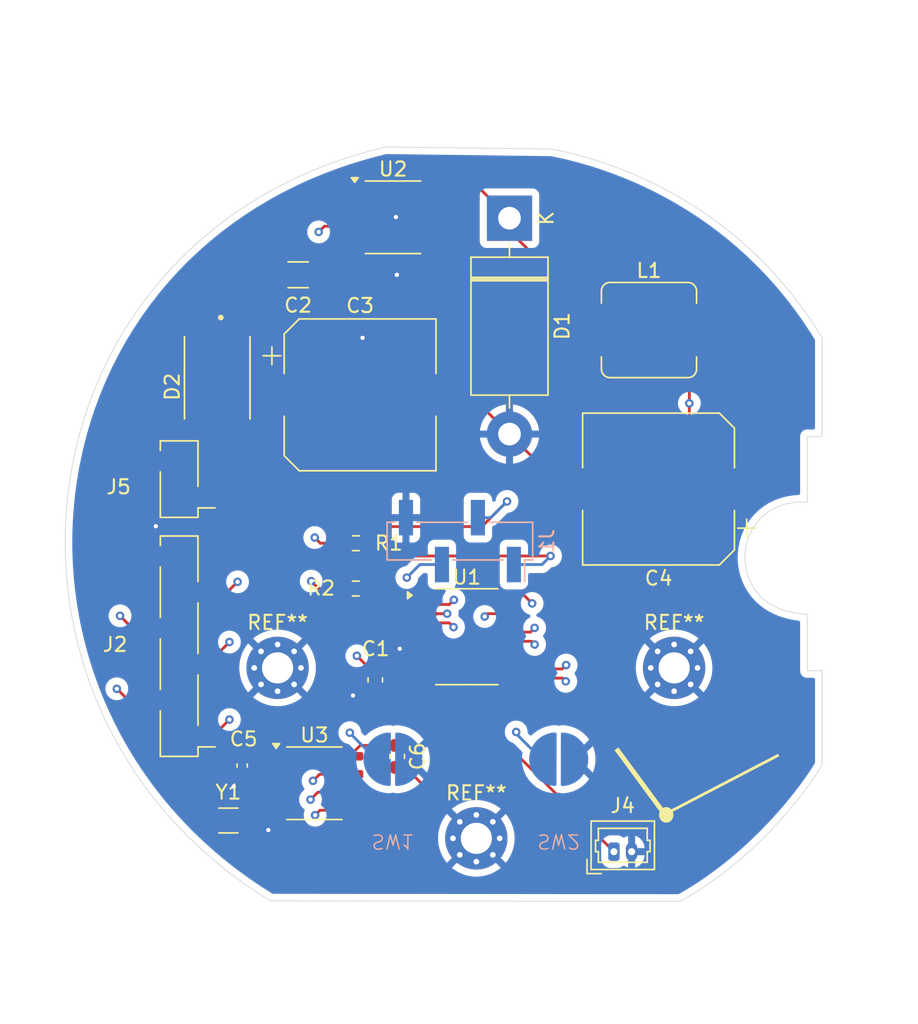
<source format=kicad_pcb>
(kicad_pcb (version 20241229) (generator "pcbnew") (generator_version "9.0")
  (layers (0 "F.Cu" signal) (4 "In1.Cu" signal) (6 "In2.Cu" signal) (2 "B.Cu" signal) (13 "F.Paste" user) (15 "B.Paste" user) (5 "F.SilkS" user "F.Silkscreen") (7 "B.SilkS" user "B.Silkscreen") (1 "F.Mask" user) (3 "B.Mask" user) (25 "Edge.Cuts" user))
  (net 0 "")
  (net 1 "GND")
  (net 2 "battery power")
  (net 3 "Net-(U3-OSCI)")
  (net 4 "rtc_bat+")
  (net 5 "SDA")
  (net 6 "SCL")
  (net 7 "RST")
  (net 8 "U_TX")
  (net 9 "U_RX")
  (net 10 "SWIO")
  (net 15 "SW1")
  (net 16 "SW2")
  (net 22 "CLKI")
  (net 23 "12Vb")
  (net 24 "Net-(U3-OSCO)")
  (net 26 "Net-(D1-K)")
  (net 28 "Net-(D2-K)")
  (footprint "Connector_PinSocket_2.54mm:PinSocket_1x06_P2.54mm_Vertical_SMD_Pin1Left" (layer "F.Cu") (at 128.85 108.02 180)
    (property "Reference" "J2" (at 4.525 0.12 0) (layer "F.SilkS"))
    (property "Value" "Debug")
    (pad "1" smd rect (at -1.65 -6.35 180) (size 1.9 1) (layers "F.Cu" "F.Mask" "F.Paste") (net 8 "U_TX"))
    (pad "2" smd rect (at 1.65 -3.81 180) (size 1.9 1) (layers "F.Cu" "F.Mask" "F.Paste") (net 9 "U_RX"))
    (pad "3" smd rect (at -1.65 -1.27 180) (size 1.9 1) (layers "F.Cu" "F.Mask" "F.Paste") (net 7 "RST"))
    (pad "4" smd rect (at 1.65 1.27 180) (size 1.9 1) (layers "F.Cu" "F.Mask" "F.Paste") (net 10 "SWIO"))
    (pad "5" smd rect (at -1.65 3.81 180) (size 1.9 1) (layers "F.Cu" "F.Mask" "F.Paste") (net 2 "battery power"))
    (pad "6" smd rect (at 1.65 6.35 180) (size 1.9 1) (layers "F.Cu" "F.Mask" "F.Paste") (net 1 "GND"))
  )
  (footprint "clockLib:DIO_PMEG050V150EPDZ" (layer "F.Cu") (at 131.54 89.07 90)
    (property "Reference" "D2" (at -0.635 -3.175 90) (layer "F.SilkS"))
    (property "Value" "D_Schottky_AAK")
    (pad "1" smd rect (at -2.78 -1.065 90) (size 1.64 1.8) (layers "F.Cu") (net 23 "12Vb"))
    (pad "2" smd rect (at -2.78 1.065 90) (size 1.64 1.8) (layers "F.Cu") (net 23 "12Vb"))
    (pad "3" smd rect (at 1.02 0 90) (size 5.16 4) (layers "F.Cu") (net 28 "Net-(D2-K)"))
  )
  (footprint "MountingHole:MountingHole_2.2mm_M2_Pad_Via" (layer "F.Cu") (at 135.8 109.55)
    (property "Reference" "REF**" (at 0 -3.2 0) (layer "F.SilkS"))
    (property "Value" "MountingHole_2.2mm_M2_Pad_Via")
    (pad "1" thru_hole circle (at -1.65 0) (size 0.7 0.7) (drill 0.4) (layers "*.Cu" "*.Mask") (net 1 "GND"))
    (pad "1" thru_hole circle (at -1.166726 -1.166726) (size 0.7 0.7) (drill 0.4) (layers "*.Cu" "*.Mask") (net 1 "GND"))
    (pad "1" thru_hole circle (at -1.166726 1.166726) (size 0.7 0.7) (drill 0.4) (layers "*.Cu" "*.Mask") (net 1 "GND"))
    (pad "1" thru_hole circle (at 0 -1.65) (size 0.7 0.7) (drill 0.4) (layers "*.Cu" "*.Mask") (net 1 "GND"))
    (pad "1" thru_hole circle (at 0 0) (size 4.4 4.4) (drill 2.2) (layers "*.Cu" "*.Mask") (net 1 "GND"))
    (pad "1" thru_hole circle (at 0 1.65) (size 0.7 0.7) (drill 0.4) (layers "*.Cu" "*.Mask") (net 1 "GND"))
    (pad "1" thru_hole circle (at 1.166726 -1.166726) (size 0.7 0.7) (drill 0.4) (layers "*.Cu" "*.Mask") (net 1 "GND"))
    (pad "1" thru_hole circle (at 1.166726 1.166726) (size 0.7 0.7) (drill 0.4) (layers "*.Cu" "*.Mask") (net 1 "GND"))
    (pad "1" thru_hole circle (at 1.65 0) (size 0.7 0.7) (drill 0.4) (layers "*.Cu" "*.Mask") (net 1 "GND"))
  )
  (footprint "Capacitor_SMD:C_0402_1005Metric" (layer "F.Cu") (at 133.3 116.445 90)
    (property "Reference" "C5" (at 1.87 0.1 180) (layer "F.SilkS"))
    (property "Value" "12pF")
    (pad "1" smd roundrect (at -0.48 0 90) (size 0.56 0.62) (layers "F.Cu" "F.Mask" "F.Paste") (net 1 "GND"))
    (pad "2" smd roundrect (at 0.48 0 90) (size 0.56 0.62) (layers "F.Cu" "F.Mask" "F.Paste") (net 3 "Net-(U3-OSCI)"))
  )
  (footprint "Package_SO:SOIC-8_3.9x4.9mm_P1.27mm" (layer "F.Cu") (at 138.4 117.695)
    (property "Reference" "U3" (at 0 -3.4 0) (layer "F.SilkS"))
    (property "Value" "PCF8563T")
    (pad "1" smd roundrect (at -2.475 -1.905) (size 1.95 0.6) (layers "F.Cu" "F.Mask" "F.Paste") (net 3 "Net-(U3-OSCI)"))
    (pad "2" smd roundrect (at -2.475 -0.635) (size 1.95 0.6) (layers "F.Cu" "F.Mask" "F.Paste") (net 24 "Net-(U3-OSCO)"))
    (pad "3" smd roundrect (at -2.475 0.635) (size 1.95 0.6) (layers "F.Cu" "F.Mask" "F.Paste"))
    (pad "4" smd roundrect (at -2.475 1.905) (size 1.95 0.6) (layers "F.Cu" "F.Mask" "F.Paste") (net 1 "GND"))
    (pad "5" smd roundrect (at 2.475 1.905) (size 1.95 0.6) (layers "F.Cu" "F.Mask" "F.Paste") (net 5 "SDA"))
    (pad "6" smd roundrect (at 2.475 0.635) (size 1.95 0.6) (layers "F.Cu" "F.Mask" "F.Paste") (net 6 "SCL"))
    (pad "7" smd roundrect (at 2.475 -0.635) (size 1.95 0.6) (layers "F.Cu" "F.Mask" "F.Paste") (net 22 "CLKI"))
    (pad "8" smd roundrect (at 2.475 -1.905) (size 1.95 0.6) (layers "F.Cu" "F.Mask" "F.Paste") (net 4 "rtc_bat+"))
  )
  (footprint "Resistor_SMD:R_0603_1608Metric" (layer "F.Cu") (at 141.325 100.75 180)
    (property "Reference" "R1" (at -2.325 0 0) (layer "F.SilkS"))
    (property "Value" "4k7")
    (pad "1" smd roundrect (at -0.825 0 180) (size 0.8 0.95) (layers "F.Cu" "F.Mask" "F.Paste") (net 6 "SCL"))
    (pad "2" smd roundrect (at 0.825 0 180) (size 0.8 0.95) (layers "F.Cu" "F.Mask" "F.Paste") (net 2 "battery power"))
  )
  (footprint "Capacitor_SMD:C_1206_3216Metric" (layer "F.Cu") (at 137.25 81.8)
    (property "Reference" "C2" (at 0 2.15 0) (layer "F.SilkS"))
    (property "Value" "1uf")
    (pad "1" smd roundrect (at -1.475 0) (size 1.15 1.8) (layers "F.Cu" "F.Mask" "F.Paste") (roundrect_rratio 0.217391) (net 28 "Net-(D2-K)"))
    (pad "2" smd roundrect (at 1.475 0) (size 1.15 1.8) (layers "F.Cu" "F.Mask" "F.Paste") (roundrect_rratio 0.217391) (net 1 "GND"))
  )
  (footprint "Capacitor_SMD:C_0603_1608Metric" (layer "F.Cu") (at 144.25 115.8 -90)
    (property "Reference" "C6" (at 0 -1.43 90) (layer "F.SilkS"))
    (property "Value" "100nf")
    (pad "1" smd roundrect (at -0.775 0 270) (size 0.9 0.95) (layers "F.Cu" "F.Mask" "F.Paste") (net 4 "rtc_bat+"))
    (pad "2" smd roundrect (at 0.775 0 270) (size 0.9 0.95) (layers "F.Cu" "F.Mask" "F.Paste") (net 1 "GND"))
  )
  (footprint "Diode_THT:D_DO-201AD_P15.24mm_Horizontal" (layer "F.Cu") (at 152.175 77.805 -90)
    (property "Reference" "D1" (at 7.62 -3.72 90) (layer "F.SilkS"))
    (property "Value" "1N5820")
    (fp_text user "K" (at 0 -2.6 90) (layer "F.SilkS"))
    (pad "1" thru_hole rect (at 0 0 270) (size 3.2 3.2) (drill 1.6) (layers "*.Cu" "*.Mask") (net 26 "Net-(D1-K)"))
    (pad "2" thru_hole oval (at 15.24 0 270) (size 3.2 3.2) (drill 1.6) (layers "*.Cu" "*.Mask") (net 1 "GND"))
  )
  (footprint "Resistor_SMD:R_0603_1608Metric" (layer "F.Cu") (at 141.325 103.95)
    (property "Reference" "R2" (at -2.45 -0.025 0) (layer "F.SilkS"))
    (property "Value" "4k7")
    (pad "1" smd roundrect (at -0.825 0) (size 0.8 0.95) (layers "F.Cu" "F.Mask" "F.Paste") (net 2 "battery power"))
    (pad "2" smd roundrect (at 0.825 0) (size 0.8 0.95) (layers "F.Cu" "F.Mask" "F.Paste") (net 5 "SDA"))
  )
  (footprint "Crystal:Crystal_SMD_3215-2Pin_3.2x1.5mm" (layer "F.Cu") (at 132.325 120.325)
    (property "Reference" "Y1" (at 0 -2 0) (layer "F.SilkS"))
    (property "Value" "32.768kHz")
    (pad "1" smd rect (at 1.25 0) (size 1 1.8) (layers "F.Cu" "F.Mask" "F.Paste") (net 24 "Net-(U3-OSCO)"))
    (pad "2" smd rect (at -1.25 0) (size 1 1.8) (layers "F.Cu" "F.Mask" "F.Paste") (net 3 "Net-(U3-OSCI)"))
  )
  (footprint "Connector_Molex:Molex_PicoBlade_53047-0210_1x02_P1.25mm_Vertical" (layer "F.Cu") (at 159.55 122.525)
    (property "Reference" "J4" (at 0.62 -3.25 0) (layer "F.SilkS"))
    (property "Value" "molex")
    (pad "1" thru_hole roundrect (at 0 0) (size 0.8 1.3) (drill 0.5) (layers "*.Cu" "*.Mask") (net 4 "rtc_bat+"))
    (pad "2" thru_hole oval (at 1.25 0) (size 0.8 1.3) (drill 0.5) (layers "*.Cu" "*.Mask") (net 1 "GND"))
  )
  (footprint "Capacitor_SMD:CP_Elec_10x10.5" (layer "F.Cu") (at 141.625 90.275)
    (property "Reference" "C3" (at 0 -6.3 0) (layer "F.SilkS"))
    (property "Value" "470uf")
    (pad "1" smd roundrect (at -4.2 0) (size 4.4 2.5) (layers "F.Cu" "F.Mask" "F.Paste") (roundrect_rratio 0.1) (net 28 "Net-(D2-K)"))
    (pad "2" smd roundrect (at 4.2 0) (size 4.4 2.5) (layers "F.Cu" "F.Mask" "F.Paste") (roundrect_rratio 0.1) (net 1 "GND"))
  )
  (footprint "Inductor_SMD:L_Sumida_CDMC6D28_7.25x6.5mm" (layer "F.Cu") (at 162.025 85.7)
    (property "Reference" "L1" (at 0 -4.2 0) (layer "F.SilkS"))
    (property "Value" "47uh/2A")
    (pad "1" smd rect (at -2.85 0) (size 2 3.4) (layers "F.Cu" "F.Mask" "F.Paste") (net 26 "Net-(D1-K)"))
    (pad "2" smd rect (at 2.85 0) (size 2 3.4) (layers "F.Cu" "F.Mask" "F.Paste") (net 2 "battery power"))
  )
  (footprint "Connector_PinSocket_2.54mm:PinSocket_1x02_P2.54mm_Vertical_SMD_Pin1Left" (layer "F.Cu") (at 128.85 96.225 180)
    (property "Reference" "J5" (at 4.275 -0.55 0) (layer "F.SilkS"))
    (property "Value" "power")
    (pad "1" smd rect (at -1.65 -1.27 180) (size 1.9 1) (layers "F.Cu" "F.Mask" "F.Paste") (net 23 "12Vb"))
    (pad "2" smd rect (at 1.65 1.27 180) (size 1.9 1) (layers "F.Cu" "F.Mask" "F.Paste") (net 1 "GND"))
  )
  (footprint "Capacitor_SMD:C_0603_1608Metric" (layer "F.Cu") (at 142.7 110.4 90)
    (property "Reference" "C1" (at 2.2 0.025 0) (layer "F.SilkS"))
    (property "Value" "100nf")
    (pad "1" smd roundrect (at -0.775 0 90) (size 0.9 0.95) (layers "F.Cu" "F.Mask" "F.Paste") (net 1 "GND"))
    (pad "2" smd roundrect (at 0.775 0 90) (size 0.9 0.95) (layers "F.Cu" "F.Mask" "F.Paste") (net 2 "battery power"))
  )
  (footprint "MountingHole:MountingHole_2.2mm_M2_Pad_Via" (layer "F.Cu") (at 163.8 109.55)
    (property "Reference" "REF**" (at 0 -3.2 0) (layer "F.SilkS"))
    (property "Value" "MountingHole_2.2mm_M2_Pad_Via")
    (pad "1" thru_hole circle (at -1.65 0) (size 0.7 0.7) (drill 0.4) (layers "*.Cu" "*.Mask") (net 1 "GND"))
    (pad "1" thru_hole circle (at -1.166726 -1.166726) (size 0.7 0.7) (drill 0.4) (layers "*.Cu" "*.Mask") (net 1 "GND"))
    (pad "1" thru_hole circle (at -1.166726 1.166726) (size 0.7 0.7) (drill 0.4) (layers "*.Cu" "*.Mask") (net 1 "GND"))
    (pad "1" thru_hole circle (at 0 -1.65) (size 0.7 0.7) (drill 0.4) (layers "*.Cu" "*.Mask") (net 1 "GND"))
    (pad "1" thru_hole circle (at 0 0) (size 4.4 4.4) (drill 2.2) (layers "*.Cu" "*.Mask") (net 1 "GND"))
    (pad "1" thru_hole circle (at 0 1.65) (size 0.7 0.7) (drill 0.4) (layers "*.Cu" "*.Mask") (net 1 "GND"))
    (pad "1" thru_hole circle (at 1.166726 -1.166726) (size 0.7 0.7) (drill 0.4) (layers "*.Cu" "*.Mask") (net 1 "GND"))
    (pad "1" thru_hole circle (at 1.166726 1.166726) (size 0.7 0.7) (drill 0.4) (layers "*.Cu" "*.Mask") (net 1 "GND"))
    (pad "1" thru_hole circle (at 1.65 0) (size 0.7 0.7) (drill 0.4) (layers "*.Cu" "*.Mask") (net 1 "GND"))
  )
  (footprint "MountingHole:MountingHole_2.2mm_M2_Pad_Via" (layer "F.Cu") (at 149.833274 121.583274)
    (property "Reference" "REF**" (at 0 -3.2 0) (layer "F.SilkS"))
    (property "Value" "MountingHole_2.2mm_M2_Pad_Via")
    (pad "1" thru_hole circle (at -1.65 0) (size 0.7 0.7) (drill 0.4) (layers "*.Cu" "*.Mask") (net 1 "GND"))
    (pad "1" thru_hole circle (at -1.166726 -1.166726) (size 0.7 0.7) (drill 0.4) (layers "*.Cu" "*.Mask") (net 1 "GND"))
    (pad "1" thru_hole circle (at -1.166726 1.166726) (size 0.7 0.7) (drill 0.4) (layers "*.Cu" "*.Mask") (net 1 "GND"))
    (pad "1" thru_hole circle (at 0 -1.65) (size 0.7 0.7) (drill 0.4) (layers "*.Cu" "*.Mask") (net 1 "GND"))
    (pad "1" thru_hole circle (at 0 0) (size 4.4 4.4) (drill 2.2) (layers "*.Cu" "*.Mask") (net 1 "GND"))
    (pad "1" thru_hole circle (at 0 1.65) (size 0.7 0.7) (drill 0.4) (layers "*.Cu" "*.Mask") (net 1 "GND"))
    (pad "1" thru_hole circle (at 1.166726 -1.166726) (size 0.7 0.7) (drill 0.4) (layers "*.Cu" "*.Mask") (net 1 "GND"))
    (pad "1" thru_hole circle (at 1.166726 1.166726) (size 0.7 0.7) (drill 0.4) (layers "*.Cu" "*.Mask") (net 1 "GND"))
    (pad "1" thru_hole circle (at 1.65 0) (size 0.7 0.7) (drill 0.4) (layers "*.Cu" "*.Mask") (net 1 "GND"))
  )
  (footprint "Package_SO:TSSOP-20_4.4x6.5mm_P0.65mm" (layer "F.Cu") (at 149.1625 107.35)
    (property "Reference" "U1" (at 0 -4.2 0) (layer "F.SilkS"))
    (property "Value" "CH32V003F4P6")
    (pad "1" smd roundrect (at -2.8625 -2.925) (size 1.475 0.4) (layers "F.Cu" "F.Mask" "F.Paste"))
    (pad "2" smd roundrect (at -2.8625 -2.275) (size 1.475 0.4) (layers "F.Cu" "F.Mask" "F.Paste") (net 8 "U_TX"))
    (pad "3" smd roundrect (at -2.8625 -1.625) (size 1.475 0.4) (layers "F.Cu" "F.Mask" "F.Paste") (net 9 "U_RX"))
    (pad "4" smd roundrect (at -2.8625 -0.975) (size 1.475 0.4) (layers "F.Cu" "F.Mask" "F.Paste") (net 7 "RST"))
    (pad "5" smd roundrect (at -2.8625 -0.325) (size 1.475 0.4) (layers "F.Cu" "F.Mask" "F.Paste"))
    (pad "6" smd roundrect (at -2.8625 0.325) (size 1.475 0.4) (layers "F.Cu" "F.Mask" "F.Paste"))
    (pad "7" smd roundrect (at -2.8625 0.975) (size 1.475 0.4) (layers "F.Cu" "F.Mask" "F.Paste") (net 1 "GND"))
    (pad "8" smd roundrect (at -2.8625 1.625) (size 1.475 0.4) (layers "F.Cu" "F.Mask" "F.Paste"))
    (pad "9" smd roundrect (at -2.8625 2.275) (size 1.475 0.4) (layers "F.Cu" "F.Mask" "F.Paste") (net 2 "battery power"))
    (pad "10" smd roundrect (at -2.8625 2.925) (size 1.475 0.4) (layers "F.Cu" "F.Mask" "F.Paste"))
    (pad "11" smd roundrect (at 2.8625 2.925) (size 1.475 0.4) (layers "F.Cu" "F.Mask" "F.Paste") (net 5 "SDA"))
    (pad "12" smd roundrect (at 2.8625 2.275) (size 1.475 0.4) (layers "F.Cu" "F.Mask" "F.Paste") (net 6 "SCL"))
    (pad "13" smd roundrect (at 2.8625 1.625) (size 1.475 0.4) (layers "F.Cu" "F.Mask" "F.Paste"))
    (pad "14" smd roundrect (at 2.8625 0.975) (size 1.475 0.4) (layers "F.Cu" "F.Mask" "F.Paste"))
    (pad "15" smd roundrect (at 2.8625 0.325) (size 1.475 0.4) (layers "F.Cu" "F.Mask" "F.Paste") (net 15 "SW1"))
    (pad "16" smd roundrect (at 2.8625 -0.325) (size 1.475 0.4) (layers "F.Cu" "F.Mask" "F.Paste") (net 16 "SW2"))
    (pad "17" smd roundrect (at 2.8625 -0.975) (size 1.475 0.4) (layers "F.Cu" "F.Mask" "F.Paste"))
    (pad "18" smd roundrect (at 2.8625 -1.625) (size 1.475 0.4) (layers "F.Cu" "F.Mask" "F.Paste") (net 10 "SWIO"))
    (pad "19" smd roundrect (at 2.8625 -2.275) (size 1.475 0.4) (layers "F.Cu" "F.Mask" "F.Paste"))
    (pad "20" smd roundrect (at 2.8625 -2.925) (size 1.475 0.4) (layers "F.Cu" "F.Mask" "F.Paste") (net 22 "CLKI"))
  )
  (footprint "Capacitor_SMD:CP_Elec_10x10.5" (layer "F.Cu") (at 162.7 96.925 180)
    (property "Reference" "C4" (at 0 -6.3 0) (layer "F.SilkS"))
    (property "Value" "330uf")
    (pad "1" smd roundrect (at -4.2 0 180) (size 4.4 2.5) (layers "F.Cu" "F.Mask" "F.Paste") (roundrect_rratio 0.1) (net 2 "battery power"))
    (pad "2" smd roundrect (at 4.2 0 180) (size 4.4 2.5) (layers "F.Cu" "F.Mask" "F.Paste") (roundrect_rratio 0.1) (net 1 "GND"))
  )
  (footprint "Package_SO:SOIC-8_3.9x4.9mm_P1.27mm" (layer "F.Cu") (at 143.95 77.74)
    (property "Reference" "U2" (at 0 -3.4 0) (layer "F.SilkS"))
    (property "Value" "XL1509-3.3")
    (pad "1" smd roundrect (at -2.475 -1.905) (size 1.95 0.6) (layers "F.Cu" "F.Mask" "F.Paste") (net 28 "Net-(D2-K)"))
    (pad "2" smd roundrect (at -2.475 -0.635) (size 1.95 0.6) (layers "F.Cu" "F.Mask" "F.Paste") (net 26 "Net-(D1-K)"))
    (pad "3" smd roundrect (at -2.475 0.635) (size 1.95 0.6) (layers "F.Cu" "F.Mask" "F.Paste") (net 2 "battery power"))
    (pad "4" smd roundrect (at -2.475 1.905) (size 1.95 0.6) (layers "F.Cu" "F.Mask" "F.Paste"))
    (pad "5" smd roundrect (at 2.475 1.905) (size 1.95 0.6) (layers "F.Cu" "F.Mask" "F.Paste") (net 1 "GND"))
    (pad "6" smd roundrect (at 2.475 0.635) (size 1.95 0.6) (layers "F.Cu" "F.Mask" "F.Paste") (net 1 "GND"))
    (pad "7" smd roundrect (at 2.475 -0.635) (size 1.95 0.6) (layers "F.Cu" "F.Mask" "F.Paste") (net 1 "GND"))
    (pad "8" smd roundrect (at 2.475 -1.905) (size 1.95 0.6) (layers "F.Cu" "F.Mask" "F.Paste") (net 1 "GND"))
  )
  (footprint "Connector_PinHeader_2.54mm:PinHeader_1x04_P2.54mm_Vertical_SMD_Pin1Left" (layer "B.Cu") (at 148.675 100.6 90)
    (property "Reference" "J1" (at 0 6.14 90) (layer "B.SilkS") (effects (justify mirror)))
    (property "Value" "Display")
    (pad "1" smd rect (at -1.655 3.81 90) (size 2.51 1) (layers "B.Cu" "B.Mask" "B.Paste") (net 5 "SDA"))
    (pad "2" smd rect (at 1.655 1.27 90) (size 2.51 1) (layers "B.Cu" "B.Mask" "B.Paste") (net 6 "SCL"))
    (pad "3" smd rect (at -1.655 -1.27 90) (size 2.51 1) (layers "B.Cu" "B.Mask" "B.Paste") (net 2 "battery power"))
    (pad "4" smd rect (at 1.655 -3.81 90) (size 2.51 1) (layers "B.Cu" "B.Mask" "B.Paste") (net 1 "GND"))
  )
  (footprint "clockLib:membrane switch" (layer "B.Cu") (at 143.95 116)
    (property "Reference" "SW1" (at 0 5.8 180) (layer "B.SilkS") (effects (font (thickness 0.1)) (justify mirror)))
    (property "Value" "SW_SPST")
    (pad "1" smd custom (at -1.1 0.1) (size 1 1) (layers "B.Cu" "B.Mask") (net 15 "SW1") (options (clearance outline) (anchor circle)) (primitives (gr_poly (pts (xy -0.5 0.485) (xy -0.488582 0.542403) (xy -0.456066 0.591066) (xy -0.407403 0.623582) (xy -0.35 0.635) (xy 0.35 0.635) (xy 0.407403 0.623582) (xy 0.456066 0.591066) (xy 0.488582 0.542403) (xy 0.5 0.485) (xy 0.5 -0.485) (xy 0.488582 -0.542403) (xy 0.456066 -0.591066) (xy 0.407403 -0.623582) (xy 0.35 -0.635) (xy -0.35 -0.635) (xy -0.407403 -0.623582) (xy -0.456066 -0.591066) (xy -0.488582 -0.542403) (xy -0.5 -0.485)) (width 0) (fill yes)) (gr_poly (pts (xy 0.845004 1.688645) (xy 0.715004 1.678645) (xy 0.625004 1.668645) (xy 0.475004 1.638645) (xy 0.365004 1.608645) (xy 0.225004 1.558645) (xy 0.095004 1.498645) (xy -0.064996 1.408645) (xy -0.174996 1.328645) (xy -0.294996 1.228645) (xy -0.404996 1.118645) (xy -0.494996 1.018645) (xy -0.554996 0.938645) (xy -0.634996 0.818645) (xy -0.704996 0.688645) (xy -0.784996 0.498645) (xy -0.834996 0.328645) (xy -0.874996 0.118645) (xy -0.884996 -0.001355) (xy -0.884996 -0.221355) (xy -0.874996 -0.321355) (xy -0.854996 -0.441355) (xy -0.824996 -0.571355) (xy -0.784996 -0.701355) (xy -0.734996 -0.831355) (xy -0.644996 -1.001355) (xy -0.544996 -1.151355) (xy -0.444996 -1.281355) (xy -0.274996 -1.451355) (xy -0.134996 -1.561355) (xy 0.025004 -1.661355) (xy 0.235004 -1.761355) (xy 0.365004 -1.811355) (xy 0.525004 -1.851355) (xy 0.685004 -1.881355) (xy 0.855004 -1.891355)) (width 0.2) (fill yes))))
    (pad "2" smd custom (at 1.1 -0.1 180) (size 1 1) (layers "B.Cu" "B.Mask") (net 1 "GND") (options (clearance outline) (anchor circle)) (primitives (gr_poly (pts (xy -0.5 0.485) (xy -0.488582 0.542403) (xy -0.456066 0.591066) (xy -0.407403 0.623582) (xy -0.35 0.635) (xy 0.35 0.635) (xy 0.407403 0.623582) (xy 0.456066 0.591066) (xy 0.488582 0.542403) (xy 0.5 0.485) (xy 0.5 -0.485) (xy 0.488582 -0.542403) (xy 0.456066 -0.591066) (xy 0.407403 -0.623582) (xy 0.35 -0.635) (xy -0.35 -0.635) (xy -0.407403 -0.623582) (xy -0.456066 -0.591066) (xy -0.488582 -0.542403) (xy -0.5 -0.485)) (width 0) (fill yes)) (gr_poly (pts (xy 0.845004 1.688645) (xy 0.715004 1.678645) (xy 0.625004 1.668645) (xy 0.475004 1.638645) (xy 0.365004 1.608645) (xy 0.225004 1.558645) (xy 0.095004 1.498645) (xy -0.064996 1.408645) (xy -0.174996 1.328645) (xy -0.294996 1.228645) (xy -0.404996 1.118645) (xy -0.494996 1.018645) (xy -0.554996 0.938645) (xy -0.634996 0.818645) (xy -0.704996 0.688645) (xy -0.784996 0.498645) (xy -0.834996 0.328645) (xy -0.874996 0.118645) (xy -0.884996 -0.001355) (xy -0.884996 -0.221355) (xy -0.874996 -0.321355) (xy -0.854996 -0.441355) (xy -0.824996 -0.571355) (xy -0.784996 -0.701355) (xy -0.734996 -0.831355) (xy -0.644996 -1.001355) (xy -0.544996 -1.151355) (xy -0.444996 -1.281355) (xy -0.274996 -1.451355) (xy -0.134996 -1.561355) (xy 0.025004 -1.661355) (xy 0.235004 -1.761355) (xy 0.365004 -1.811355) (xy 0.525004 -1.851355) (xy 0.685004 -1.881355) (xy 0.855004 -1.891355)) (width 0.2) (fill yes))))
  )
  (footprint "clockLib:membrane switch" (layer "B.Cu") (at 155.65 116)
    (property "Reference" "SW2" (at 0 5.8 180) (layer "B.SilkS") (effects (font (thickness 0.1)) (justify mirror)))
    (property "Value" "SW_SPST")
    (pad "1" smd custom (at -1.1 0.1) (size 1 1) (layers "B.Cu" "B.Mask") (net 16 "SW2") (options (clearance outline) (anchor circle)) (primitives (gr_poly (pts (xy -0.5 0.485) (xy -0.488582 0.542403) (xy -0.456066 0.591066) (xy -0.407403 0.623582) (xy -0.35 0.635) (xy 0.35 0.635) (xy 0.407403 0.623582) (xy 0.456066 0.591066) (xy 0.488582 0.542403) (xy 0.5 0.485) (xy 0.5 -0.485) (xy 0.488582 -0.542403) (xy 0.456066 -0.591066) (xy 0.407403 -0.623582) (xy 0.35 -0.635) (xy -0.35 -0.635) (xy -0.407403 -0.623582) (xy -0.456066 -0.591066) (xy -0.488582 -0.542403) (xy -0.5 -0.485)) (width 0) (fill yes)) (gr_poly (pts (xy 0.845004 1.688645) (xy 0.715004 1.678645) (xy 0.625004 1.668645) (xy 0.475004 1.638645) (xy 0.365004 1.608645) (xy 0.225004 1.558645) (xy 0.095004 1.498645) (xy -0.064996 1.408645) (xy -0.174996 1.328645) (xy -0.294996 1.228645) (xy -0.404996 1.118645) (xy -0.494996 1.018645) (xy -0.554996 0.938645) (xy -0.634996 0.818645) (xy -0.704996 0.688645) (xy -0.784996 0.498645) (xy -0.834996 0.328645) (xy -0.874996 0.118645) (xy -0.884996 -0.001355) (xy -0.884996 -0.221355) (xy -0.874996 -0.321355) (xy -0.854996 -0.441355) (xy -0.824996 -0.571355) (xy -0.784996 -0.701355) (xy -0.734996 -0.831355) (xy -0.644996 -1.001355) (xy -0.544996 -1.151355) (xy -0.444996 -1.281355) (xy -0.274996 -1.451355) (xy -0.134996 -1.561355) (xy 0.025004 -1.661355) (xy 0.235004 -1.761355) (xy 0.365004 -1.811355) (xy 0.525004 -1.851355) (xy 0.685004 -1.881355) (xy 0.855004 -1.891355)) (width 0.2) (fill yes))))
    (pad "2" smd custom (at 1.1 -0.1 180) (size 1 1) (layers "B.Cu" "B.Mask") (net 1 "GND") (options (clearance outline) (anchor circle)) (primitives (gr_poly (pts (xy -0.5 0.485) (xy -0.488582 0.542403) (xy -0.456066 0.591066) (xy -0.407403 0.623582) (xy -0.35 0.635) (xy 0.35 0.635) (xy 0.407403 0.623582) (xy 0.456066 0.591066) (xy 0.488582 0.542403) (xy 0.5 0.485) (xy 0.5 -0.485) (xy 0.488582 -0.542403) (xy 0.456066 -0.591066) (xy 0.407403 -0.623582) (xy 0.35 -0.635) (xy -0.35 -0.635) (xy -0.407403 -0.623582) (xy -0.456066 -0.591066) (xy -0.488582 -0.542403) (xy -0.5 -0.485)) (width 0) (fill yes)) (gr_poly (pts (xy 0.845004 1.688645) (xy 0.715004 1.678645) (xy 0.625004 1.668645) (xy 0.475004 1.638645) (xy 0.365004 1.608645) (xy 0.225004 1.558645) (xy 0.095004 1.498645) (xy -0.064996 1.408645) (xy -0.174996 1.328645) (xy -0.294996 1.228645) (xy -0.404996 1.118645) (xy -0.494996 1.018645) (xy -0.554996 0.938645) (xy -0.634996 0.818645) (xy -0.704996 0.688645) (xy -0.784996 0.498645) (xy -0.834996 0.328645) (xy -0.874996 0.118645) (xy -0.884996 -0.001355) (xy -0.884996 -0.221355) (xy -0.874996 -0.321355) (xy -0.854996 -0.441355) (xy -0.824996 -0.571355) (xy -0.784996 -0.701355) (xy -0.734996 -0.831355) (xy -0.644996 -1.001355) (xy -0.544996 -1.151355) (xy -0.444996 -1.281355) (xy -0.274996 -1.451355) (xy -0.134996 -1.561355) (xy 0.025004 -1.661355) (xy 0.235004 -1.761355) (xy 0.365004 -1.811355) (xy 0.525004 -1.851355) (xy 0.685004 -1.881355) (xy 0.855004 -1.891355)) (width 0.2) (fill yes))))
  )
  (gr_curve (pts (xy 162.989617 119.970566) (xy 165.695568 118.561218) (xy 168.401515 117.151868) (xy 171.107466 115.742519)) (stroke (width 0.2)) (layer "F.SilkS"))
  (gr_poly (pts (xy 163.269404 119.379353) (xy 163.295171 119.381476) (xy 163.320562 119.384971) (xy 163.345547 119.389805) (xy 163.370094 119.395942) (xy 163.394171 119.403349) (xy 163.417745 119.41199) (xy 163.440785 119.421832) (xy 163.46326 119.432839) (xy 163.485136 119.444977) (xy 163.506383 119.458212) (xy 163.526968 119.472509) (xy 163.54686 119.487833) (xy 163.566027 119.50415) (xy 163.584437 119.521426) (xy 163.602057 119.539626) (xy 163.618857 119.558714) (xy 163.634803 119.578658) (xy 163.649865 119.599422) (xy 163.664011 119.620972) (xy 163.677208 119.643273) (xy 163.689424 119.66629) (xy 163.700629 119.68999) (xy 163.710789 119.714337) (xy 163.719874 119.739298) (xy 163.72785 119.764837) (xy 163.734687 119.790919) (xy 163.740353 119.817512) (xy 163.744814 119.844579) (xy 163.748041 119.872087) (xy 163.75 119.9) (xy 163.75066 119.928285) (xy 163.75 119.95657) (xy 163.748041 119.984484) (xy 163.744814 120.011991) (xy 163.740353 120.039059) (xy 163.734687 120.065651) (xy 163.72785 120.091734) (xy 163.719874 120.117273) (xy 163.710789 120.142233) (xy 163.700629 120.16658) (xy 163.689424 120.19028) (xy 163.677208 120.213298) (xy 163.664011 120.235599) (xy 163.649865 120.257148) (xy 163.634803 120.277912) (xy 163.618857 120.297856) (xy 163.602057 120.316945) (xy 163.584437 120.335144) (xy 163.566027 120.35242) (xy 163.54686 120.368737) (xy 163.526968 120.384062) (xy 163.506383 120.398358) (xy 163.485136 120.411593) (xy 163.46326 120.423732) (xy 163.440785 120.434739) (xy 163.417745 120.44458) (xy 163.394171 120.453222) (xy 163.370094 120.460628) (xy 163.345547 120.466766) (xy 163.320562 120.4716) (xy 163.295171 120.475095) (xy 163.269404 120.477217) (xy 163.243295 120.477933) (xy 163.217186 120.477217) (xy 163.19142 120.475095) (xy 163.166028 120.4716) (xy 163.141043 120.466766) (xy 163.116496 120.460628) (xy 163.09242 120.453222) (xy 163.068845 120.44458) (xy 163.045805 120.434739) (xy 163.023331 120.423732) (xy 163.001454 120.411593) (xy 162.980207 120.398358) (xy 162.959622 120.384062) (xy 162.93973 120.368737) (xy 162.920563 120.35242) (xy 162.902154 120.335144) (xy 162.884533 120.316945) (xy 162.867734 120.297856) (xy 162.851787 120.277912) (xy 162.836725 120.257148) (xy 162.82258 120.235599) (xy 162.809383 120.213298) (xy 162.797166 120.19028) (xy 162.785961 120.16658) (xy 162.775801 120.142233) (xy 162.766717 120.117273) (xy 162.75874 120.091734) (xy 162.751903 120.065651) (xy 162.746238 120.039059) (xy 162.741776 120.011991) (xy 162.738549 119.984484) (xy 162.73659 119.95657) (xy 162.73593 119.928285) (xy 162.73659 119.9) (xy 162.738549 119.872087) (xy 162.741776 119.844579) (xy 162.746238 119.817512) (xy 162.751903 119.790919) (xy 162.75874 119.764837) (xy 162.766717 119.739298) (xy 162.775801 119.714337) (xy 162.785961 119.68999) (xy 162.797166 119.66629) (xy 162.809383 119.643273) (xy 162.82258 119.620972) (xy 162.836725 119.599422) (xy 162.851787 119.578658) (xy 162.867734 119.558714) (xy 162.884533 119.539626) (xy 162.902154 119.521426) (xy 162.920563 119.50415) (xy 162.93973 119.487833) (xy 162.959622 119.472509) (xy 162.980207 119.458212) (xy 163.001454 119.444977) (xy 163.023331 119.432839) (xy 163.045805 119.421832) (xy 163.068845 119.41199) (xy 163.09242 119.403349) (xy 163.116496 119.395942) (xy 163.141043 119.389805) (xy 163.166028 119.384971) (xy 163.19142 119.381476) (xy 163.217186 119.379353) (xy 163.243295 119.378638)) (fill yes) (layer "F.SilkS"))
  (gr_poly (pts (xy 163.426863 119.993757) (xy 163.154598 120.194459) (xy 159.592127 115.361784) (xy 159.864391 115.161082)) (fill yes) (layer "F.SilkS"))
  (gr_poly (pts (xy 174.25 93.225) (xy 173.2 93.225) (xy 173.2 97.85) (xy 172.962405 97.840112) (xy 172.731059 97.840342) (xy 172.505654 97.850424) (xy 172.286577 97.870075) (xy 172.073133 97.899119) (xy 171.866119 97.937211) (xy 171.66446 97.984344) (xy 171.469363 98.040031) (xy 171.096158 98.177067) (xy 170.746588 98.347069) (xy 170.421029 98.548937) (xy 170.120201 98.781625) (xy 169.845203 99.044015) (xy 169.597514 99.33476) (xy 169.378963 99.652123) (xy 169.191642 99.993811) (xy 169.037777 100.356843) (xy 168.919547 100.737482) (xy 168.838881 101.131255) (xy 168.797254 101.533081) (xy 168.791377 101.735223) (xy 168.795529 101.937505) (xy 168.80968 102.138647) (xy 168.833873 102.338997) (xy 168.867836 102.53648) (xy 168.91177 102.732272) (xy 168.965035 102.923682) (xy 169.028128 103.11256) (xy 169.099978 103.295824) (xy 169.181461 103.475786) (xy 169.271072 103.649214) (xy 169.37009 103.818641) (xy 169.476637 103.980908) (xy 169.592352 104.138544) (xy 169.71509 104.288639) (xy 169.846763 104.433529) (xy 169.985087 104.570674) (xy 170.132132 104.702088) (xy 170.285613 104.825656) (xy 170.44763 104.942996) (xy 170.616025 105.052431) (xy 170.792807 105.155156) (xy 170.976052 105.249901) (xy 171.167574 105.337457) (xy 171.365766 105.416906) (xy 171.572163 105.488678) (xy 171.785535 105.552132) (xy 172.007077 105.607408) (xy 172.235967 105.654058) (xy 172.473027 105.692007) (xy 172.717855 105.720922) (xy 172.970883 105.740586) (xy 173.2 105.75) (xy 173.2 109.75) (xy 174.25 109.75) (xy 174.25 116.4) (xy 173.963504 116.872918) (xy 173.728435 117.22874) (xy 173.436277 117.649083) (xy 173.128412 118.072315) (xy 172.776518 118.535906) (xy 172.42823 118.976523) (xy 172.046274 119.441229) (xy 171.673235 119.878085) (xy 171.273488 120.328991) (xy 170.884215 120.752043) (xy 170.473059 121.182651) (xy 170.072759 121.586643) (xy 169.65408 121.993777) (xy 169.246193 122.375842) (xy 168.822576 122.757932) (xy 168.409495 123.116529) (xy 167.982748 123.472885) (xy 167.566186 123.807262) (xy 167.137608 124.137713) (xy 166.718815 124.447606) (xy 166.289349 124.7523) (xy 165.86924 125.037757) (xy 165.439568 125.31704) (xy 165.018804 125.578306) (xy 164.589408 125.832641) (xy 164.25 126.025) (xy 135.3 126) (xy 134.339349 125.391407) (xy 133.863563 125.072361) (xy 133.396451 124.747086) (xy 132.936248 124.414404) (xy 132.484767 124.075679) (xy 132.040216 123.729612) (xy 131.604441 123.377689) (xy 131.175633 123.018494) (xy 130.755657 122.653633) (xy 130.342702 122.281572) (xy 129.938639 121.904037) (xy 129.541667 121.519383) (xy 129.153649 121.129451) (xy 128.772808 120.732489) (xy 128.400988 120.330448) (xy 128.036447 119.921478) (xy 127.680994 119.507634) (xy 127.332939 119.086975) (xy 126.994042 118.661651) (xy 126.662676 118.229644) (xy 126.340538 117.793187) (xy 126.026079 117.350198) (xy 125.72092 116.902979) (xy 125.423597 116.449399) (xy 125.135649 115.991818) (xy 124.855706 115.528072) (xy 124.585209 115.060558) (xy 124.322896 114.587102) (xy 124.070099 114.110118) (xy 123.825671 113.627444) (xy 123.590829 113.141489) (xy 123.364544 112.650125) (xy 123.147911 112.155734) (xy 122.940024 111.656246) (xy 122.741853 111.153993) (xy 122.552615 110.646987) (xy 122.373152 110.137484) (xy 122.202803 109.623603) (xy 122.042285 109.107502) (xy 121.891052 108.587429) (xy 121.7497 108.06542) (xy 121.617794 107.539875) (xy 121.495812 107.012683) (xy 121.383422 106.482421) (xy 121.28099 105.950807) (xy 121.188279 105.416615) (xy 121.105555 104.881372) (xy 121.032658 104.344066) (xy 120.969766 103.806014) (xy 120.916786 103.266436) (xy 120.873823 102.72642) (xy 120.840828 102.185429) (xy 120.817852 101.644313) (xy 120.804877 101.102785) (xy 120.801912 100.561445) (xy 120.80895 100.020265) (xy 120.825981 99.479587) (xy 120.889965 98.400514) (xy 120.99369 97.325992) (xy 121.13691 96.257772) (xy 121.319305 95.197572) (xy 121.540489 94.147072) (xy 121.800012 93.107897) (xy 122.097369 92.081617) (xy 122.432007 91.069732) (xy 122.803329 90.07367) (xy 123.210709 89.094784) (xy 123.653494 88.134345) (xy 124.131017 87.193544) (xy 124.642601 86.273489) (xy 125.187571 85.375211) (xy 125.76526 84.499662) (xy 126.375014 83.647722) (xy 127.0162 82.820203) (xy 127.688213 82.017852) (xy 128.390476 81.24136) (xy 129.122449 80.491367) (xy 129.88363 79.768468) (xy 130.673557 79.07322) (xy 131.491809 78.406151) (xy 132.338009 77.767762) (xy 133.211825 77.158538) (xy 134.112966 76.578951) (xy 135.041185 76.029467) (xy 135.996276 75.510552) (xy 136.978075 75.022674) (xy 137.478547 74.790705) (xy 137.986453 74.566312) (xy 138.500201 74.350257) (xy 139.02132 74.141955) (xy 139.548313 73.942067) (xy 140.082619 73.750109) (xy 140.622842 73.56665) (xy 141.170325 73.3913) (xy 141.723779 73.224542) (xy 142.284441 73.066073) (xy 142.85114 72.916301) (xy 143.425 72.775) (xy 155.15 72.925) (xy 155.653669 73.026356) (xy 156.171347 73.141228) (xy 156.684756 73.265714) (xy 157.209582 73.403751) (xy 157.72684 73.550443) (xy 158.253225 73.7106) (xy 158.769817 73.878521) (xy 159.293546 74.059744) (xy 159.80604 74.247938) (xy 160.323952 74.449226) (xy 160.829751 74.656797) (xy 161.339491 74.877229) (xy 161.836636 75.10336) (xy 162.33645 75.342108) (xy 162.82347 75.586068) (xy 163.312062 75.842401) (xy 163.787856 76.103543) (xy 164.264271 76.37682) (xy 164.728022 76.654584) (xy 165.191567 76.944255) (xy 165.642672 77.23816) (xy 166.092848 77.543756) (xy 166.53087 77.853399) (xy 166.967325 78.174532) (xy 167.391951 78.499581) (xy 167.814445 78.835934) (xy 168.225453 79.176126) (xy 168.633826 79.527453) (xy 169.031063 79.882589) (xy 169.425212 80.248706) (xy 169.808574 80.618647) (xy 170.188437 80.999432) (xy 170.557851 81.384095) (xy 170.923391 81.779481) (xy 171.278804 82.178838) (xy 171.629999 82.588811) (xy 171.971368 83.002881) (xy 172.308198 83.427478) (xy 172.635481 83.856329) (xy 172.957924 84.29563) (xy 173.271074 84.739372) (xy 173.579096 85.193504) (xy 173.878053 85.652288) (xy 174.17161 86.121416) (xy 174.25 86.25)) (stroke (width 0.05)) (fill no) (layer "Edge.Cuts"))
  (segment (start 138.725 81.8) (end 144.225 81.8) (width 0.2) (layer "F.Cu") (net 1))
  (segment (start 141.45 111.175) (end 141.125 111.5) (width 0.2) (layer "F.Cu") (net 1))
  (segment (start 142.7 111.175) (end 141.45 111.175) (width 0.2) (layer "F.Cu") (net 1))
  (segment (start 138.725 83.175) (end 141.8 86.25) (width 0.2) (layer "F.Cu") (net 1))
  (segment (start 146.425 78.375) (end 144.8 78.375) (width 0.2) (layer "F.Cu") (net 1))
  (segment (start 149.405 90.275) (end 152.175 93.045) (width 0.2) (layer "F.Cu") (net 1))
  (segment (start 135.925 119.6) (end 135.15 120.375) (width 0.2) (layer "F.Cu") (net 1))
  (segment (start 156.055 96.925) (end 152.175 93.045) (width 0.2) (layer "F.Cu") (net 1))
  (segment (start 158.5 96.925) (end 156.055 96.925) (width 0.2) (layer "F.Cu") (net 1))
  (segment (start 133.3 116.925) (end 133.3 117.325) (width 0.2) (layer "F.Cu") (net 1))
  (segment (start 135.15 120.375) (end 135.15 121) (width 0.2) (layer "F.Cu") (net 1))
  (segment (start 144.225 81.8) (end 144.27 81.8) (width 0.2) (layer "F.Cu") (net 1))
  (segment (start 127.2 99.55) (end 127.2 94.955) (width 0.2) (layer "F.Cu") (net 1))
  (segment (start 141.8 86.25) (end 145.825 90.275) (width 0.2) (layer "F.Cu") (net 1))
  (segment (start 133.3 117.325) (end 132.7 117.925) (width 0.2) (layer "F.Cu") (net 1))
  (segment (start 144.25 116.575) (end 144.825 116.575) (width 0.2) (layer "F.Cu") (net 1))
  (segment (start 144.77 77.105) (end 144.15 77.725) (width 0.2) (layer "F.Cu") (net 1))
  (segment (start 127.2 101.67) (end 127.2 99.55) (width 0.2) (layer "F.Cu") (net 1))
  (segment (start 146.425 75.835) (end 146.425 77.105) (width 0.2) (layer "F.Cu") (net 1))
  (segment (start 146.425 79.645) (end 146.425 78.375) (width 0.2) (layer "F.Cu") (net 1))
  (segment (start 144.27 81.8) (end 146.425 79.645) (width 0.2) (layer "F.Cu") (net 1))
  (segment (start 144.8 78.375) (end 144.15 77.725) (width 0.2) (layer "F.Cu") (net 1))
  (segment (start 145.825 90.275) (end 149.405 90.275) (width 0.2) (layer "F.Cu") (net 1))
  (segment (start 138.725 81.8) (end 138.725 83.175) (width 0.2) (layer "F.Cu") (net 1))
  (segment (start 144.55 108.325) (end 144.425 108.2) (width 0.2) (layer "F.Cu") (net 1))
  (segment (start 144.825 116.575) (end 149.833274 121.583274) (width 0.2) (layer "F.Cu") (net 1))
  (segment (start 146.3 108.325) (end 144.55 108.325) (width 0.2) (layer "F.Cu") (net 1))
  (segment (start 146.425 77.105) (end 144.77 77.105) (width 0.2) (layer "F.Cu") (net 1))
  (via (at 144.425 108.2) (size 0.6) (drill 0.3) (layers "F.Cu" "B.Cu") (net 1))
  (via (at 127.2 99.55) (size 0.6) (drill 0.3) (layers "F.Cu" "B.Cu") (net 1))
  (via (at 144.15 77.725) (size 0.6) (drill 0.3) (layers "F.Cu" "B.Cu") (net 1))
  (via (at 141.8 86.25) (size 0.6) (drill 0.3) (layers "F.Cu" "B.Cu") (net 1))
  (via (at 141.125 111.5) (size 0.6) (drill 0.3) (layers "F.Cu" "B.Cu") (net 1))
  (via (at 132.7 117.925) (size 0.6) (drill 0.3) (layers "F.Cu" "B.Cu") (net 1))
  (via (at 144.225 81.8) (size 0.6) (drill 0.3) (layers "F.Cu" "B.Cu") (net 1))
  (via (at 135.15 121) (size 0.6) (drill 0.3) (layers "F.Cu" "B.Cu") (net 1))
  (segment (start 140.5 100.75) (end 138.825 100.75) (width 0.2) (layer "F.Cu") (net 2))
  (segment (start 164.875 94.9) (end 164.875 90.875) (width 0.2) (layer "F.Cu") (net 2))
  (segment (start 138.7 103.95) (end 138.175 103.425) (width 0.2) (layer "F.Cu") (net 2))
  (segment (start 166.9 96.925) (end 164.875 94.9) (width 0.2) (layer "F.Cu") (net 2))
  (segment (start 142.7 109.625) (end 142.325 109.625) (width 0.2) (layer "F.Cu") (net 2))
  (segment (start 140.5 103.95) (end 138.7 103.95) (width 0.2) (layer "F.Cu") (net 2))
  (segment (start 142.325 109.625) (end 141.4 108.7) (width 0.2) (layer "F.Cu") (net 2))
  (segment (start 164.875 90.875) (end 164.875 85.7) (width 0.2) (layer "F.Cu") (net 2))
  (segment (start 132.24 104.21) (end 132.975 103.475) (width 0.2) (layer "F.Cu") (net 2))
  (segment (start 130.5 104.21) (end 132.24 104.21) (width 0.2) (layer "F.Cu") (net 2))
  (segment (start 138.425 100.35) (end 138.35 100.275) (width 0.2) (layer "F.Cu") (net 2))
  (segment (start 141.475 78.375) (end 139.1 78.375) (width 0.2) (layer "F.Cu") (net 2))
  (segment (start 142.7 109.625) (end 146.3 109.625) (width 0.2) (layer "F.Cu") (net 2))
  (segment (start 138.825 100.75) (end 138.425 100.35) (width 0.2) (layer "F.Cu") (net 2))
  (segment (start 139.1 78.375) (end 138.7 78.775) (width 0.2) (layer "F.Cu") (net 2))
  (via (at 141.4 108.7) (size 0.6) (drill 0.3) (layers "F.Cu" "B.Cu") (net 2))
  (via (at 132.975 103.475) (size 0.6) (drill 0.3) (layers "F.Cu" "B.Cu") (net 2))
  (via (at 138.175 103.425) (size 0.6) (drill 0.3) (layers "F.Cu" "B.Cu") (net 2))
  (via (at 144.925 103.175) (size 0.6) (drill 0.3) (layers "F.Cu" "B.Cu") (net 2))
  (via (at 164.875 90.875) (size 0.6) (drill 0.3) (layers "F.Cu" "B.Cu") (net 2))
  (via (at 138.425 100.35) (size 0.6) (drill 0.3) (layers "F.Cu" "B.Cu") (net 2))
  (via (at 138.7 78.775) (size 0.6) (drill 0.3) (layers "F.Cu" "B.Cu") (net 2))
  (segment (start 147.405 102.255) (end 145.845 102.255) (width 0.2) (layer "B.Cu") (net 2))
  (segment (start 145.845 102.255) (end 144.925 103.175) (width 0.2) (layer "B.Cu") (net 2))
  (segment (start 133.3 115.965) (end 135.75 115.965) (width 0.2) (layer "F.Cu") (net 3))
  (segment (start 135.75 115.965) (end 135.925 115.79) (width 0.2) (layer "F.Cu") (net 3))
  (segment (start 131.075 118.19) (end 131.075 120.325) (width 0.2) (layer "F.Cu") (net 3))
  (segment (start 133.3 115.965) (end 131.075 118.19) (width 0.2) (layer "F.Cu") (net 3))
  (segment (start 159.55 122.525) (end 152.05 115.025) (width 0.2) (layer "F.Cu") (net 4))
  (segment (start 141.64 115.025) (end 140.875 115.79) (width 0.2) (layer "F.Cu") (net 4))
  (segment (start 144.25 115.025) (end 141.64 115.025) (width 0.2) (layer "F.Cu") (net 4))
  (segment (start 152.05 115.025) (end 144.25 115.025) (width 0.2) (layer "F.Cu") (net 4))
  (segment (start 155.925 110.275) (end 156.15 110.5) (width 0.2) (layer "F.Cu") (net 5))
  (segment (start 138.8 119.6) (end 138.45 119.95) (width 0.2) (layer "F.Cu") (net 5))
  (segment (start 143.7 101.65) (end 155.075 101.65) (width 0.2) (layer "F.Cu") (net 5))
  (segment (start 142.15 103.95) (end 142.15 103.2) (width 0.2) (layer "F.Cu") (net 5))
  (segment (start 140.875 119.6) (end 138.8 119.6) (width 0.2) (layer "F.Cu") (net 5))
  (segment (start 142.15 103.2) (end 143.7 101.65) (width 0.2) (layer "F.Cu") (net 5))
  (segment (start 152.025 110.275) (end 155.925 110.275) (width 0.2) (layer "F.Cu") (net 5))
  (via (at 138.45 119.95) (size 0.6) (drill 0.3) (layers "F.Cu" "B.Cu") (net 5))
  (via (at 155.075 101.65) (size 0.6) (drill 0.3) (layers "F.Cu" "B.Cu") (net 5))
  (via (at 156.15 110.5) (size 0.6) (drill 0.3) (layers "F.Cu" "B.Cu") (net 5))
  (segment (start 152.485 102.255) (end 154.47 102.255) (width 0.2) (layer "B.Cu") (net 5))
  (segment (start 154.47 102.255) (end 155.075 101.65) (width 0.2) (layer "B.Cu") (net 5))
  (segment (start 142.15 100.75) (end 142.15 99.825) (width 0.2) (layer "F.Cu") (net 6))
  (segment (start 142.4 99.575) (end 150.225 99.575) (width 0.2) (layer "F.Cu") (net 6))
  (segment (start 152.025 109.625) (end 155.825 109.625) (width 0.2) (layer "F.Cu") (net 6))
  (segment (start 138.645 118.33) (end 138.125 118.85) (width 0.2) (layer "F.Cu") (net 6))
  (segment (start 155.9 109.625) (end 156.175 109.35) (width 0.2) (layer "F.Cu") (net 6))
  (segment (start 150.225 99.575) (end 152 97.8) (width 0.2) (layer "F.Cu") (net 6))
  (segment (start 155.825 109.625) (end 155.9 109.625) (width 0.2) (layer "F.Cu") (net 6))
  (segment (start 140.875 118.33) (end 138.645 118.33) (width 0.2) (layer "F.Cu") (net 6))
  (segment (start 142.15 99.825) (end 142.4 99.575) (width 0.2) (layer "F.Cu") (net 6))
  (via (at 156.175 109.35) (size 0.6) (drill 0.3) (layers "F.Cu" "B.Cu") (net 6))
  (via (at 152 97.8) (size 0.6) (drill 0.3) (layers "F.Cu" "B.Cu") (net 6))
  (via (at 138.125 118.85) (size 0.6) (drill 0.3) (layers "F.Cu" "B.Cu") (net 6))
  (segment (start 149.945 98.945) (end 150.855 98.945) (width 0.2) (layer "B.Cu") (net 6))
  (segment (start 150.855 98.945) (end 152 97.8) (width 0.2) (layer "B.Cu") (net 6))
  (segment (start 147.925 106.375) (end 148.225 106.675) (width 0.2) (layer "F.Cu") (net 7))
  (segment (start 147.575 106.375) (end 147.925 106.375) (width 0.2) (layer "F.Cu") (net 7))
  (segment (start 130.5 109.29) (end 130.835 109.29) (width 0.2) (layer "F.Cu") (net 7))
  (segment (start 130.835 109.29) (end 132.4 107.725) (width 0.2) (layer "F.Cu") (net 7))
  (segment (start 146.3 106.375) (end 147.575 106.375) (width 0.2) (layer "F.Cu") (net 7))
  (via (at 132.4 107.725) (size 0.6) (drill 0.3) (layers "F.Cu" "B.Cu") (net 7))
  (via (at 148.225 106.675) (size 0.6) (drill 0.3) (layers "F.Cu" "B.Cu") (net 7))
  (segment (start 130.5 114.37) (end 131.23 114.37) (width 0.2) (layer "F.Cu") (net 8))
  (segment (start 131.23 114.37) (end 132.4 113.2) (width 0.2) (layer "F.Cu") (net 8))
  (segment (start 146.3 105.075) (end 147.925 105.075) (width 0.2) (layer "F.Cu") (net 8))
  (segment (start 147.925 105.075) (end 148.25 104.75) (width 0.2) (layer "F.Cu") (net 8))
  (via (at 132.4 113.2) (size 0.6) (drill 0.3) (layers "F.Cu" "B.Cu") (net 8))
  (via (at 148.25 104.75) (size 0.6) (drill 0.3) (layers "F.Cu" "B.Cu") (net 8))
  (segment (start 146.3 105.725) (end 147.775 105.725) (width 0.2) (layer "F.Cu") (net 9))
  (segment (start 125.255 111.83) (end 124.45 111.025) (width 0.2) (layer "F.Cu") (net 9))
  (segment (start 127.2 111.83) (end 125.255 111.83) (width 0.2) (layer "F.Cu") (net 9))
  (via (at 147.775 105.725) (size 0.6) (drill 0.3) (layers "F.Cu" "B.Cu") (net 9))
  (via (at 124.45 111.025) (size 0.6) (drill 0.3) (layers "F.Cu" "B.Cu") (net 9))
  (segment (start 125.55 106.75) (end 124.675 105.875) (width 0.2) (layer "F.Cu") (net 10))
  (segment (start 150.625 105.725) (end 150.425 105.925) (width 0.2) (layer "F.Cu") (net 10))
  (segment (start 152.025 105.725) (end 150.625 105.725) (width 0.2) (layer "F.Cu") (net 10))
  (segment (start 127.2 106.75) (end 125.55 106.75) (width 0.2) (layer "F.Cu") (net 10))
  (via (at 150.425 105.925) (size 0.6) (drill 0.3) (layers "F.Cu" "B.Cu") (net 10))
  (via (at 124.675 105.875) (size 0.6) (drill 0.3) (layers "F.Cu" "B.Cu") (net 10))
  (segment (start 153.725 107.675) (end 153.95 107.9) (width 0.2) (layer "F.Cu") (net 15))
  (segment (start 152.025 107.675) (end 153.725 107.675) (width 0.2) (layer "F.Cu") (net 15))
  (via (at 153.95 107.9) (size 0.6) (drill 0.3) (layers "F.Cu" "B.Cu") (net 15))
  (via (at 140.9 114.125) (size 0.6) (drill 0.3) (layers "F.Cu" "B.Cu") (net 15))
  (segment (start 142.85 116.1) (end 140.9 114.15) (width 0.2) (layer "B.Cu") (net 15))
  (segment (start 140.9 114.15) (end 140.9 114.125) (width 0.2) (layer "B.Cu") (net 15))
  (segment (start 153.65 107.025) (end 153.95 106.725) (width 0.2) (layer "F.Cu") (net 16))
  (segment (start 152.025 107.025) (end 153.65 107.025) (width 0.2) (layer "F.Cu") (net 16))
  (via (at 153.95 106.725) (size 0.6) (drill 0.3) (layers "F.Cu" "B.Cu") (net 16))
  (via (at 152.65 114.075) (size 0.6) (drill 0.3) (layers "F.Cu" "B.Cu") (net 16))
  (segment (start 152.65 114.2) (end 152.65 114.075) (width 0.2) (layer "B.Cu") (net 16))
  (segment (start 154.55 116.1) (end 152.65 114.2) (width 0.2) (layer "B.Cu") (net 16))
  (segment (start 138.765 117.06) (end 138.3 117.525) (width 0.2) (layer "F.Cu") (net 22))
  (segment (start 140.875 117.06) (end 138.765 117.06) (width 0.2) (layer "F.Cu") (net 22))
  (segment (start 153.2 104.425) (end 153.775 105) (width 0.2) (layer "F.Cu") (net 22))
  (segment (start 152.025 104.425) (end 153.2 104.425) (width 0.2) (layer "F.Cu") (net 22))
  (via (at 138.3 117.525) (size 0.6) (drill 0.3) (layers "F.Cu" "B.Cu") (net 22))
  (via (at 153.775 105) (size 0.6) (drill 0.3) (layers "F.Cu" "B.Cu") (net 22))
  (segment (start 130.5 93.955) (end 130.475 93.93) (width 0.2) (layer "F.Cu") (net 23))
  (segment (start 130.5 97.495) (end 130.5 93.955) (width 0.5) (layer "F.Cu") (net 23))
  (segment (start 130.5 93.955) (end 132.605 91.85) (width 0.5) (layer "F.Cu") (net 23))
  (segment (start 130.475 93.93) (end 130.475 91.85) (width 0.5) (layer "F.Cu") (net 23))
  (segment (start 133.575 118.435001) (end 133.575 120.325) (width 0.2) (layer "F.Cu") (net 24))
  (segment (start 134.950001 117.06) (end 133.575 118.435001) (width 0.2) (layer "F.Cu") (net 24))
  (segment (start 135.925 117.06) (end 134.950001 117.06) (width 0.2) (layer "F.Cu") (net 24))
  (segment (start 146 73.975) (end 148.345 73.975) (width 0.2) (layer "F.Cu") (net 26))
  (segment (start 141.475 77.105) (end 142.87 77.105) (width 0.2) (layer "F.Cu") (net 26))
  (segment (start 148.345 73.975) (end 152.175 77.805) (width 0.2) (layer "F.Cu") (net 26))
  (segment (start 152.175 78.7) (end 159.175 85.7) (width 0.2) (layer "F.Cu") (net 26))
  (segment (start 142.87 77.105) (end 146 73.975) (width 0.2) (layer "F.Cu") (net 26))
  (segment (start 152.175 77.805) (end 152.175 78.7) (width 0.2) (layer "F.Cu") (net 26))
  (segment (start 135.775 81.8) (end 135.775 77.95) (width 0.5) (layer "F.Cu") (net 28))
  (segment (start 135.775 83.815) (end 135.775 81.8) (width 0.5) (layer "F.Cu") (net 28))
  (segment (start 135.775 77.95) (end 137.89 75.835) (width 0.5) (layer "F.Cu") (net 28))
  (segment (start 131.54 88.05) (end 135.2 88.05) (width 0.5) (layer "F.Cu") (net 28))
  (segment (start 137.89 75.835) (end 141.475 75.835) (width 0.5) (layer "F.Cu") (net 28))
  (segment (start 131.54 88.05) (end 135.775 83.815) (width 0.5) (layer "F.Cu") (net 28))
  (segment (start 135.2 88.05) (end 137.425 90.275) (width 0.5) (layer "F.Cu") (net 28))
  (zone (net 1) (net_name "GND") (layer "B.Cu") (connect_pads (clearance 0.5)) (min_thickness 0.25) (fill yes (thermal_gap 0.5) (thermal_bridge_width 0.5))
    (polygon (pts (xy 116.2 62.8) (xy 116.2 134.6) (xy 180.2 134.6) (xy 180 62.4)))
  )
)
</source>
